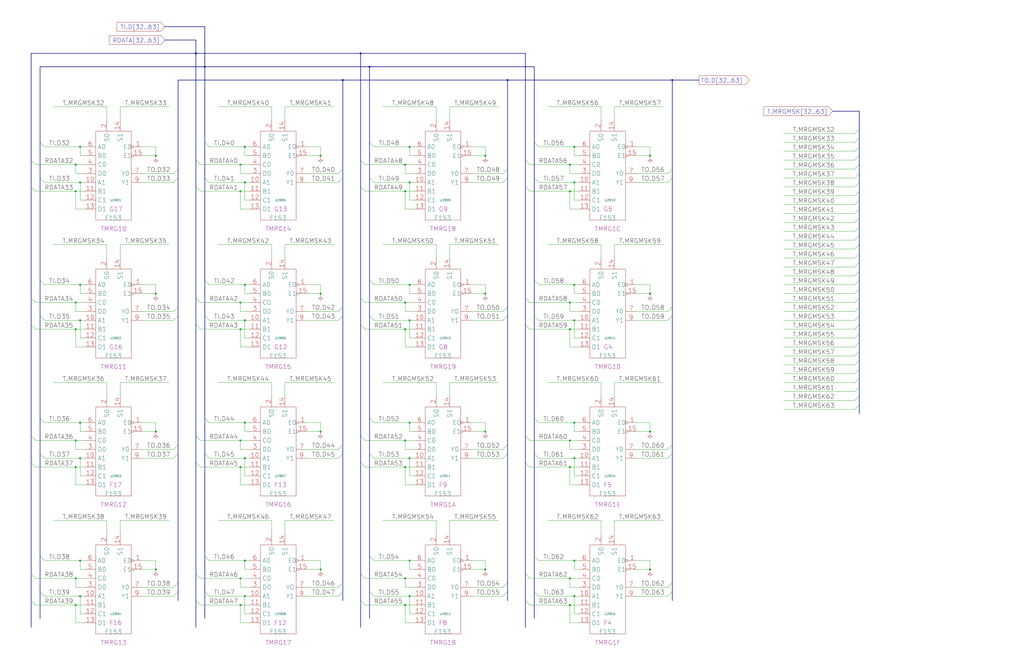
<source format=kicad_sch>
(kicad_sch (version 20220126) (generator eeschema)
  (paper "User" 584.2 378.46)
  (title_block (title "MERGER / TYPE HALF LSB'S") (date "20-MAR-90") (rev "1.0") (comment 1 "FIU") (comment 2 "232-003065") (comment 3 "S400") (comment 4 "RELEASED"))
  (bus (pts (xy 101.6 101.6) (xy 101.6 175.26)))
  (bus (pts (xy 101.6 175.26) (xy 101.6 180.34)))
  (bus (pts (xy 101.6 180.34) (xy 101.6 254)))
  (bus (pts (xy 101.6 254) (xy 101.6 259.08)))
  (bus (pts (xy 101.6 259.08) (xy 101.6 332.74)))
  (bus (pts (xy 101.6 332.74) (xy 101.6 337.82)))
  (bus (pts (xy 101.6 337.82) (xy 101.6 342.9)))
  (bus (pts (xy 101.6 45.72) (xy 101.6 96.52)))
  (bus (pts (xy 101.6 45.72) (xy 195.58 45.72)))
  (bus (pts (xy 101.6 96.52) (xy 101.6 101.6)))
  (bus (pts (xy 111.76 106.68) (xy 111.76 170.18)))
  (bus (pts (xy 111.76 170.18) (xy 111.76 185.42)))
  (bus (pts (xy 111.76 185.42) (xy 111.76 248.92)))
  (bus (pts (xy 111.76 22.86) (xy 111.76 30.48)))
  (bus (pts (xy 111.76 248.92) (xy 111.76 264.16)))
  (bus (pts (xy 111.76 264.16) (xy 111.76 327.66)))
  (bus (pts (xy 111.76 30.48) (xy 111.76 91.44)))
  (bus (pts (xy 111.76 30.48) (xy 205.74 30.48)))
  (bus (pts (xy 111.76 327.66) (xy 111.76 342.9)))
  (bus (pts (xy 111.76 342.9) (xy 111.76 358.14)))
  (bus (pts (xy 111.76 91.44) (xy 111.76 106.68)))
  (bus (pts (xy 116.84 101.6) (xy 116.84 160.02)))
  (bus (pts (xy 116.84 15.24) (xy 116.84 38.1)))
  (bus (pts (xy 116.84 160.02) (xy 116.84 180.34)))
  (bus (pts (xy 116.84 180.34) (xy 116.84 238.76)))
  (bus (pts (xy 116.84 238.76) (xy 116.84 259.08)))
  (bus (pts (xy 116.84 259.08) (xy 116.84 317.5)))
  (bus (pts (xy 116.84 317.5) (xy 116.84 337.82)))
  (bus (pts (xy 116.84 337.82) (xy 116.84 353.06)))
  (bus (pts (xy 116.84 38.1) (xy 116.84 81.28)))
  (bus (pts (xy 116.84 38.1) (xy 210.82 38.1)))
  (bus (pts (xy 116.84 81.28) (xy 116.84 101.6)))
  (bus (pts (xy 17.78 106.68) (xy 17.78 170.18)))
  (bus (pts (xy 17.78 170.18) (xy 17.78 185.42)))
  (bus (pts (xy 17.78 185.42) (xy 17.78 248.92)))
  (bus (pts (xy 17.78 248.92) (xy 17.78 264.16)))
  (bus (pts (xy 17.78 264.16) (xy 17.78 327.66)))
  (bus (pts (xy 17.78 30.48) (xy 111.76 30.48)))
  (bus (pts (xy 17.78 30.48) (xy 17.78 91.44)))
  (bus (pts (xy 17.78 327.66) (xy 17.78 342.9)))
  (bus (pts (xy 17.78 342.9) (xy 17.78 358.14)))
  (bus (pts (xy 17.78 91.44) (xy 17.78 106.68)))
  (bus (pts (xy 195.58 101.6) (xy 195.58 175.26)))
  (bus (pts (xy 195.58 175.26) (xy 195.58 180.34)))
  (bus (pts (xy 195.58 180.34) (xy 195.58 254)))
  (bus (pts (xy 195.58 254) (xy 195.58 259.08)))
  (bus (pts (xy 195.58 259.08) (xy 195.58 332.74)))
  (bus (pts (xy 195.58 332.74) (xy 195.58 337.82)))
  (bus (pts (xy 195.58 337.82) (xy 195.58 342.9)))
  (bus (pts (xy 195.58 45.72) (xy 195.58 96.52)))
  (bus (pts (xy 195.58 45.72) (xy 289.56 45.72)))
  (bus (pts (xy 195.58 96.52) (xy 195.58 101.6)))
  (bus (pts (xy 205.74 106.68) (xy 205.74 170.18)))
  (bus (pts (xy 205.74 170.18) (xy 205.74 185.42)))
  (bus (pts (xy 205.74 185.42) (xy 205.74 248.92)))
  (bus (pts (xy 205.74 248.92) (xy 205.74 264.16)))
  (bus (pts (xy 205.74 264.16) (xy 205.74 327.66)))
  (bus (pts (xy 205.74 30.48) (xy 205.74 91.44)))
  (bus (pts (xy 205.74 30.48) (xy 299.72 30.48)))
  (bus (pts (xy 205.74 327.66) (xy 205.74 342.9)))
  (bus (pts (xy 205.74 342.9) (xy 205.74 358.14)))
  (bus (pts (xy 205.74 91.44) (xy 205.74 106.68)))
  (bus (pts (xy 210.82 101.6) (xy 210.82 160.02)))
  (bus (pts (xy 210.82 160.02) (xy 210.82 180.34)))
  (bus (pts (xy 210.82 180.34) (xy 210.82 238.76)))
  (bus (pts (xy 210.82 238.76) (xy 210.82 259.08)))
  (bus (pts (xy 210.82 259.08) (xy 210.82 317.5)))
  (bus (pts (xy 210.82 317.5) (xy 210.82 337.82)))
  (bus (pts (xy 210.82 337.82) (xy 210.82 353.06)))
  (bus (pts (xy 210.82 38.1) (xy 210.82 81.28)))
  (bus (pts (xy 210.82 38.1) (xy 304.8 38.1)))
  (bus (pts (xy 210.82 81.28) (xy 210.82 101.6)))
  (bus (pts (xy 22.86 101.6) (xy 22.86 160.02)))
  (bus (pts (xy 22.86 160.02) (xy 22.86 180.34)))
  (bus (pts (xy 22.86 180.34) (xy 22.86 238.76)))
  (bus (pts (xy 22.86 238.76) (xy 22.86 259.08)))
  (bus (pts (xy 22.86 259.08) (xy 22.86 317.5)))
  (bus (pts (xy 22.86 317.5) (xy 22.86 337.82)))
  (bus (pts (xy 22.86 337.82) (xy 22.86 353.06)))
  (bus (pts (xy 22.86 38.1) (xy 116.84 38.1)))
  (bus (pts (xy 22.86 38.1) (xy 22.86 81.28)))
  (bus (pts (xy 22.86 81.28) (xy 22.86 101.6)))
  (bus (pts (xy 289.56 101.6) (xy 289.56 175.26)))
  (bus (pts (xy 289.56 175.26) (xy 289.56 180.34)))
  (bus (pts (xy 289.56 180.34) (xy 289.56 254)))
  (bus (pts (xy 289.56 254) (xy 289.56 259.08)))
  (bus (pts (xy 289.56 259.08) (xy 289.56 332.74)))
  (bus (pts (xy 289.56 332.74) (xy 289.56 337.82)))
  (bus (pts (xy 289.56 337.82) (xy 289.56 342.9)))
  (bus (pts (xy 289.56 45.72) (xy 289.56 96.52)))
  (bus (pts (xy 289.56 45.72) (xy 383.54 45.72)))
  (bus (pts (xy 289.56 96.52) (xy 289.56 101.6)))
  (bus (pts (xy 299.72 106.68) (xy 299.72 170.18)))
  (bus (pts (xy 299.72 170.18) (xy 299.72 185.42)))
  (bus (pts (xy 299.72 185.42) (xy 299.72 248.92)))
  (bus (pts (xy 299.72 248.92) (xy 299.72 264.16)))
  (bus (pts (xy 299.72 264.16) (xy 299.72 327.66)))
  (bus (pts (xy 299.72 30.48) (xy 299.72 91.44)))
  (bus (pts (xy 299.72 327.66) (xy 299.72 342.9)))
  (bus (pts (xy 299.72 342.9) (xy 299.72 358.14)))
  (bus (pts (xy 299.72 91.44) (xy 299.72 106.68)))
  (bus (pts (xy 304.8 101.6) (xy 304.8 160.02)))
  (bus (pts (xy 304.8 160.02) (xy 304.8 180.34)))
  (bus (pts (xy 304.8 180.34) (xy 304.8 238.76)))
  (bus (pts (xy 304.8 238.76) (xy 304.8 259.08)))
  (bus (pts (xy 304.8 259.08) (xy 304.8 317.5)))
  (bus (pts (xy 304.8 317.5) (xy 304.8 337.82)))
  (bus (pts (xy 304.8 337.82) (xy 304.8 353.06)))
  (bus (pts (xy 304.8 38.1) (xy 304.8 81.28)))
  (bus (pts (xy 304.8 81.28) (xy 304.8 101.6)))
  (bus (pts (xy 383.54 101.6) (xy 383.54 175.26)))
  (bus (pts (xy 383.54 175.26) (xy 383.54 180.34)))
  (bus (pts (xy 383.54 180.34) (xy 383.54 254)))
  (bus (pts (xy 383.54 254) (xy 383.54 259.08)))
  (bus (pts (xy 383.54 259.08) (xy 383.54 332.74)))
  (bus (pts (xy 383.54 332.74) (xy 383.54 337.82)))
  (bus (pts (xy 383.54 337.82) (xy 383.54 342.9)))
  (bus (pts (xy 383.54 45.72) (xy 383.54 96.52)))
  (bus (pts (xy 383.54 45.72) (xy 398.78 45.72)))
  (bus (pts (xy 383.54 96.52) (xy 383.54 101.6)))
  (bus (pts (xy 474.98 63.5) (xy 490.22 63.5)))
  (bus (pts (xy 490.22 104.14) (xy 490.22 109.22)))
  (bus (pts (xy 490.22 109.22) (xy 490.22 114.3)))
  (bus (pts (xy 490.22 114.3) (xy 490.22 119.38)))
  (bus (pts (xy 490.22 119.38) (xy 490.22 124.46)))
  (bus (pts (xy 490.22 124.46) (xy 490.22 129.54)))
  (bus (pts (xy 490.22 129.54) (xy 490.22 134.62)))
  (bus (pts (xy 490.22 134.62) (xy 490.22 139.7)))
  (bus (pts (xy 490.22 139.7) (xy 490.22 144.78)))
  (bus (pts (xy 490.22 144.78) (xy 490.22 149.86)))
  (bus (pts (xy 490.22 149.86) (xy 490.22 154.94)))
  (bus (pts (xy 490.22 154.94) (xy 490.22 160.02)))
  (bus (pts (xy 490.22 160.02) (xy 490.22 165.1)))
  (bus (pts (xy 490.22 165.1) (xy 490.22 170.18)))
  (bus (pts (xy 490.22 170.18) (xy 490.22 175.26)))
  (bus (pts (xy 490.22 175.26) (xy 490.22 180.34)))
  (bus (pts (xy 490.22 180.34) (xy 490.22 185.42)))
  (bus (pts (xy 490.22 185.42) (xy 490.22 190.5)))
  (bus (pts (xy 490.22 190.5) (xy 490.22 195.58)))
  (bus (pts (xy 490.22 195.58) (xy 490.22 200.66)))
  (bus (pts (xy 490.22 200.66) (xy 490.22 205.74)))
  (bus (pts (xy 490.22 205.74) (xy 490.22 210.82)))
  (bus (pts (xy 490.22 210.82) (xy 490.22 215.9)))
  (bus (pts (xy 490.22 215.9) (xy 490.22 220.98)))
  (bus (pts (xy 490.22 220.98) (xy 490.22 226.06)))
  (bus (pts (xy 490.22 226.06) (xy 490.22 231.14)))
  (bus (pts (xy 490.22 231.14) (xy 490.22 236.22)))
  (bus (pts (xy 490.22 63.5) (xy 490.22 73.66)))
  (bus (pts (xy 490.22 73.66) (xy 490.22 78.74)))
  (bus (pts (xy 490.22 78.74) (xy 490.22 83.82)))
  (bus (pts (xy 490.22 83.82) (xy 490.22 88.9)))
  (bus (pts (xy 490.22 88.9) (xy 490.22 93.98)))
  (bus (pts (xy 490.22 93.98) (xy 490.22 99.06)))
  (bus (pts (xy 490.22 99.06) (xy 490.22 104.14)))
  (bus (pts (xy 93.98 15.24) (xy 116.84 15.24)))
  (bus (pts (xy 93.98 22.86) (xy 111.76 22.86)))
  (wire (pts (xy 114.3 109.22) (xy 137.16 109.22)))
  (wire (pts (xy 114.3 172.72) (xy 137.16 172.72)))
  (wire (pts (xy 114.3 187.96) (xy 137.16 187.96)))
  (wire (pts (xy 114.3 251.46) (xy 137.16 251.46)))
  (wire (pts (xy 114.3 266.7) (xy 137.16 266.7)))
  (wire (pts (xy 114.3 330.2) (xy 137.16 330.2)))
  (wire (pts (xy 114.3 345.44) (xy 137.16 345.44)))
  (wire (pts (xy 114.3 93.98) (xy 137.16 93.98)))
  (wire (pts (xy 119.38 104.14) (xy 139.7 104.14)))
  (wire (pts (xy 119.38 162.56) (xy 139.7 162.56)))
  (wire (pts (xy 119.38 182.88) (xy 139.7 182.88)))
  (wire (pts (xy 119.38 241.3) (xy 139.7 241.3)))
  (wire (pts (xy 119.38 261.62) (xy 139.7 261.62)))
  (wire (pts (xy 119.38 320.04) (xy 139.7 320.04)))
  (wire (pts (xy 119.38 340.36) (xy 139.7 340.36)))
  (wire (pts (xy 119.38 83.82) (xy 139.7 83.82)))
  (wire (pts (xy 124.46 139.7) (xy 154.94 139.7)))
  (wire (pts (xy 124.46 218.44) (xy 154.94 218.44)))
  (wire (pts (xy 124.46 297.18) (xy 154.94 297.18)))
  (wire (pts (xy 124.46 60.96) (xy 154.94 60.96)))
  (wire (pts (xy 137.16 109.22) (xy 142.24 109.22)))
  (wire (pts (xy 137.16 119.38) (xy 137.16 109.22)))
  (wire (pts (xy 137.16 172.72) (xy 142.24 172.72)))
  (wire (pts (xy 137.16 177.8) (xy 137.16 172.72)))
  (wire (pts (xy 137.16 187.96) (xy 142.24 187.96)))
  (wire (pts (xy 137.16 198.12) (xy 137.16 187.96)))
  (wire (pts (xy 137.16 251.46) (xy 142.24 251.46)))
  (wire (pts (xy 137.16 256.54) (xy 137.16 251.46)))
  (wire (pts (xy 137.16 266.7) (xy 142.24 266.7)))
  (wire (pts (xy 137.16 276.86) (xy 137.16 266.7)))
  (wire (pts (xy 137.16 330.2) (xy 142.24 330.2)))
  (wire (pts (xy 137.16 335.28) (xy 137.16 330.2)))
  (wire (pts (xy 137.16 345.44) (xy 142.24 345.44)))
  (wire (pts (xy 137.16 355.6) (xy 137.16 345.44)))
  (wire (pts (xy 137.16 93.98) (xy 142.24 93.98)))
  (wire (pts (xy 137.16 99.06) (xy 137.16 93.98)))
  (wire (pts (xy 139.7 104.14) (xy 142.24 104.14)))
  (wire (pts (xy 139.7 114.3) (xy 139.7 104.14)))
  (wire (pts (xy 139.7 162.56) (xy 142.24 162.56)))
  (wire (pts (xy 139.7 167.64) (xy 139.7 162.56)))
  (wire (pts (xy 139.7 182.88) (xy 142.24 182.88)))
  (wire (pts (xy 139.7 193.04) (xy 139.7 182.88)))
  (wire (pts (xy 139.7 241.3) (xy 142.24 241.3)))
  (wire (pts (xy 139.7 246.38) (xy 139.7 241.3)))
  (wire (pts (xy 139.7 261.62) (xy 142.24 261.62)))
  (wire (pts (xy 139.7 271.78) (xy 139.7 261.62)))
  (wire (pts (xy 139.7 320.04) (xy 142.24 320.04)))
  (wire (pts (xy 139.7 325.12) (xy 139.7 320.04)))
  (wire (pts (xy 139.7 340.36) (xy 142.24 340.36)))
  (wire (pts (xy 139.7 350.52) (xy 139.7 340.36)))
  (wire (pts (xy 139.7 83.82) (xy 142.24 83.82)))
  (wire (pts (xy 139.7 88.9) (xy 139.7 83.82)))
  (wire (pts (xy 142.24 114.3) (xy 139.7 114.3)))
  (wire (pts (xy 142.24 119.38) (xy 137.16 119.38)))
  (wire (pts (xy 142.24 167.64) (xy 139.7 167.64)))
  (wire (pts (xy 142.24 177.8) (xy 137.16 177.8)))
  (wire (pts (xy 142.24 193.04) (xy 139.7 193.04)))
  (wire (pts (xy 142.24 198.12) (xy 137.16 198.12)))
  (wire (pts (xy 142.24 246.38) (xy 139.7 246.38)))
  (wire (pts (xy 142.24 256.54) (xy 137.16 256.54)))
  (wire (pts (xy 142.24 271.78) (xy 139.7 271.78)))
  (wire (pts (xy 142.24 276.86) (xy 137.16 276.86)))
  (wire (pts (xy 142.24 325.12) (xy 139.7 325.12)))
  (wire (pts (xy 142.24 335.28) (xy 137.16 335.28)))
  (wire (pts (xy 142.24 350.52) (xy 139.7 350.52)))
  (wire (pts (xy 142.24 355.6) (xy 137.16 355.6)))
  (wire (pts (xy 142.24 88.9) (xy 139.7 88.9)))
  (wire (pts (xy 142.24 99.06) (xy 137.16 99.06)))
  (wire (pts (xy 154.94 147.32) (xy 154.94 139.7)))
  (wire (pts (xy 154.94 226.06) (xy 154.94 218.44)))
  (wire (pts (xy 154.94 304.8) (xy 154.94 297.18)))
  (wire (pts (xy 154.94 68.58) (xy 154.94 60.96)))
  (wire (pts (xy 162.56 139.7) (xy 190.5 139.7)))
  (wire (pts (xy 162.56 147.32) (xy 162.56 139.7)))
  (wire (pts (xy 162.56 218.44) (xy 190.5 218.44)))
  (wire (pts (xy 162.56 226.06) (xy 162.56 218.44)))
  (wire (pts (xy 162.56 297.18) (xy 190.5 297.18)))
  (wire (pts (xy 162.56 304.8) (xy 162.56 297.18)))
  (wire (pts (xy 162.56 60.96) (xy 190.5 60.96)))
  (wire (pts (xy 162.56 68.58) (xy 162.56 60.96)))
  (wire (pts (xy 175.26 104.14) (xy 193.04 104.14)))
  (wire (pts (xy 175.26 162.56) (xy 182.88 162.56)))
  (wire (pts (xy 175.26 167.64) (xy 182.88 167.64)))
  (wire (pts (xy 175.26 177.8) (xy 193.04 177.8)))
  (wire (pts (xy 175.26 182.88) (xy 193.04 182.88)))
  (wire (pts (xy 175.26 241.3) (xy 182.88 241.3)))
  (wire (pts (xy 175.26 246.38) (xy 182.88 246.38)))
  (wire (pts (xy 175.26 256.54) (xy 193.04 256.54)))
  (wire (pts (xy 175.26 261.62) (xy 193.04 261.62)))
  (wire (pts (xy 175.26 320.04) (xy 182.88 320.04)))
  (wire (pts (xy 175.26 325.12) (xy 182.88 325.12)))
  (wire (pts (xy 175.26 335.28) (xy 193.04 335.28)))
  (wire (pts (xy 175.26 340.36) (xy 193.04 340.36)))
  (wire (pts (xy 175.26 83.82) (xy 182.88 83.82)))
  (wire (pts (xy 175.26 88.9) (xy 182.88 88.9)))
  (wire (pts (xy 175.26 99.06) (xy 193.04 99.06)))
  (wire (pts (xy 182.88 162.56) (xy 182.88 167.64)))
  (wire (pts (xy 182.88 241.3) (xy 182.88 246.38)))
  (wire (pts (xy 182.88 320.04) (xy 182.88 325.12)))
  (wire (pts (xy 182.88 83.82) (xy 182.88 88.9)))
  (wire (pts (xy 20.32 109.22) (xy 43.18 109.22)))
  (wire (pts (xy 20.32 172.72) (xy 43.18 172.72)))
  (wire (pts (xy 20.32 187.96) (xy 43.18 187.96)))
  (wire (pts (xy 20.32 251.46) (xy 43.18 251.46)))
  (wire (pts (xy 20.32 266.7) (xy 43.18 266.7)))
  (wire (pts (xy 20.32 330.2) (xy 43.18 330.2)))
  (wire (pts (xy 20.32 345.44) (xy 43.18 345.44)))
  (wire (pts (xy 20.32 93.98) (xy 43.18 93.98)))
  (wire (pts (xy 208.28 109.22) (xy 231.14 109.22)))
  (wire (pts (xy 208.28 172.72) (xy 231.14 172.72)))
  (wire (pts (xy 208.28 187.96) (xy 231.14 187.96)))
  (wire (pts (xy 208.28 251.46) (xy 231.14 251.46)))
  (wire (pts (xy 208.28 266.7) (xy 231.14 266.7)))
  (wire (pts (xy 208.28 330.2) (xy 231.14 330.2)))
  (wire (pts (xy 208.28 345.44) (xy 231.14 345.44)))
  (wire (pts (xy 208.28 93.98) (xy 231.14 93.98)))
  (wire (pts (xy 213.36 104.14) (xy 233.68 104.14)))
  (wire (pts (xy 213.36 162.56) (xy 233.68 162.56)))
  (wire (pts (xy 213.36 182.88) (xy 233.68 182.88)))
  (wire (pts (xy 213.36 241.3) (xy 233.68 241.3)))
  (wire (pts (xy 213.36 261.62) (xy 233.68 261.62)))
  (wire (pts (xy 213.36 320.04) (xy 233.68 320.04)))
  (wire (pts (xy 213.36 340.36) (xy 233.68 340.36)))
  (wire (pts (xy 213.36 83.82) (xy 233.68 83.82)))
  (wire (pts (xy 218.44 139.7) (xy 248.92 139.7)))
  (wire (pts (xy 218.44 218.44) (xy 248.92 218.44)))
  (wire (pts (xy 218.44 297.18) (xy 248.92 297.18)))
  (wire (pts (xy 218.44 60.96) (xy 248.92 60.96)))
  (wire (pts (xy 231.14 109.22) (xy 236.22 109.22)))
  (wire (pts (xy 231.14 119.38) (xy 231.14 109.22)))
  (wire (pts (xy 231.14 172.72) (xy 236.22 172.72)))
  (wire (pts (xy 231.14 177.8) (xy 231.14 172.72)))
  (wire (pts (xy 231.14 187.96) (xy 236.22 187.96)))
  (wire (pts (xy 231.14 198.12) (xy 231.14 187.96)))
  (wire (pts (xy 231.14 251.46) (xy 236.22 251.46)))
  (wire (pts (xy 231.14 256.54) (xy 231.14 251.46)))
  (wire (pts (xy 231.14 266.7) (xy 236.22 266.7)))
  (wire (pts (xy 231.14 276.86) (xy 231.14 266.7)))
  (wire (pts (xy 231.14 330.2) (xy 236.22 330.2)))
  (wire (pts (xy 231.14 335.28) (xy 231.14 330.2)))
  (wire (pts (xy 231.14 345.44) (xy 236.22 345.44)))
  (wire (pts (xy 231.14 355.6) (xy 231.14 345.44)))
  (wire (pts (xy 231.14 93.98) (xy 236.22 93.98)))
  (wire (pts (xy 231.14 99.06) (xy 231.14 93.98)))
  (wire (pts (xy 233.68 104.14) (xy 236.22 104.14)))
  (wire (pts (xy 233.68 114.3) (xy 233.68 104.14)))
  (wire (pts (xy 233.68 162.56) (xy 236.22 162.56)))
  (wire (pts (xy 233.68 167.64) (xy 233.68 162.56)))
  (wire (pts (xy 233.68 182.88) (xy 236.22 182.88)))
  (wire (pts (xy 233.68 193.04) (xy 233.68 182.88)))
  (wire (pts (xy 233.68 241.3) (xy 236.22 241.3)))
  (wire (pts (xy 233.68 246.38) (xy 233.68 241.3)))
  (wire (pts (xy 233.68 261.62) (xy 236.22 261.62)))
  (wire (pts (xy 233.68 271.78) (xy 233.68 261.62)))
  (wire (pts (xy 233.68 320.04) (xy 236.22 320.04)))
  (wire (pts (xy 233.68 325.12) (xy 233.68 320.04)))
  (wire (pts (xy 233.68 340.36) (xy 236.22 340.36)))
  (wire (pts (xy 233.68 350.52) (xy 233.68 340.36)))
  (wire (pts (xy 233.68 83.82) (xy 236.22 83.82)))
  (wire (pts (xy 233.68 88.9) (xy 233.68 83.82)))
  (wire (pts (xy 236.22 114.3) (xy 233.68 114.3)))
  (wire (pts (xy 236.22 119.38) (xy 231.14 119.38)))
  (wire (pts (xy 236.22 167.64) (xy 233.68 167.64)))
  (wire (pts (xy 236.22 177.8) (xy 231.14 177.8)))
  (wire (pts (xy 236.22 193.04) (xy 233.68 193.04)))
  (wire (pts (xy 236.22 198.12) (xy 231.14 198.12)))
  (wire (pts (xy 236.22 246.38) (xy 233.68 246.38)))
  (wire (pts (xy 236.22 256.54) (xy 231.14 256.54)))
  (wire (pts (xy 236.22 271.78) (xy 233.68 271.78)))
  (wire (pts (xy 236.22 276.86) (xy 231.14 276.86)))
  (wire (pts (xy 236.22 325.12) (xy 233.68 325.12)))
  (wire (pts (xy 236.22 335.28) (xy 231.14 335.28)))
  (wire (pts (xy 236.22 350.52) (xy 233.68 350.52)))
  (wire (pts (xy 236.22 355.6) (xy 231.14 355.6)))
  (wire (pts (xy 236.22 88.9) (xy 233.68 88.9)))
  (wire (pts (xy 236.22 99.06) (xy 231.14 99.06)))
  (wire (pts (xy 248.92 147.32) (xy 248.92 139.7)))
  (wire (pts (xy 248.92 226.06) (xy 248.92 218.44)))
  (wire (pts (xy 248.92 304.8) (xy 248.92 297.18)))
  (wire (pts (xy 248.92 68.58) (xy 248.92 60.96)))
  (wire (pts (xy 25.4 104.14) (xy 45.72 104.14)))
  (wire (pts (xy 25.4 162.56) (xy 45.72 162.56)))
  (wire (pts (xy 25.4 182.88) (xy 45.72 182.88)))
  (wire (pts (xy 25.4 241.3) (xy 45.72 241.3)))
  (wire (pts (xy 25.4 261.62) (xy 45.72 261.62)))
  (wire (pts (xy 25.4 320.04) (xy 45.72 320.04)))
  (wire (pts (xy 25.4 340.36) (xy 45.72 340.36)))
  (wire (pts (xy 25.4 83.82) (xy 45.72 83.82)))
  (wire (pts (xy 256.54 139.7) (xy 284.48 139.7)))
  (wire (pts (xy 256.54 147.32) (xy 256.54 139.7)))
  (wire (pts (xy 256.54 218.44) (xy 284.48 218.44)))
  (wire (pts (xy 256.54 226.06) (xy 256.54 218.44)))
  (wire (pts (xy 256.54 297.18) (xy 284.48 297.18)))
  (wire (pts (xy 256.54 304.8) (xy 256.54 297.18)))
  (wire (pts (xy 256.54 60.96) (xy 284.48 60.96)))
  (wire (pts (xy 256.54 68.58) (xy 256.54 60.96)))
  (wire (pts (xy 269.24 104.14) (xy 287.02 104.14)))
  (wire (pts (xy 269.24 162.56) (xy 276.86 162.56)))
  (wire (pts (xy 269.24 167.64) (xy 276.86 167.64)))
  (wire (pts (xy 269.24 177.8) (xy 287.02 177.8)))
  (wire (pts (xy 269.24 182.88) (xy 287.02 182.88)))
  (wire (pts (xy 269.24 241.3) (xy 276.86 241.3)))
  (wire (pts (xy 269.24 246.38) (xy 276.86 246.38)))
  (wire (pts (xy 269.24 256.54) (xy 287.02 256.54)))
  (wire (pts (xy 269.24 261.62) (xy 287.02 261.62)))
  (wire (pts (xy 269.24 320.04) (xy 276.86 320.04)))
  (wire (pts (xy 269.24 325.12) (xy 276.86 325.12)))
  (wire (pts (xy 269.24 335.28) (xy 287.02 335.28)))
  (wire (pts (xy 269.24 340.36) (xy 287.02 340.36)))
  (wire (pts (xy 269.24 83.82) (xy 276.86 83.82)))
  (wire (pts (xy 269.24 88.9) (xy 276.86 88.9)))
  (wire (pts (xy 269.24 99.06) (xy 287.02 99.06)))
  (wire (pts (xy 276.86 162.56) (xy 276.86 167.64)))
  (wire (pts (xy 276.86 241.3) (xy 276.86 246.38)))
  (wire (pts (xy 276.86 320.04) (xy 276.86 325.12)))
  (wire (pts (xy 276.86 83.82) (xy 276.86 88.9)))
  (wire (pts (xy 30.48 139.7) (xy 60.96 139.7)))
  (wire (pts (xy 30.48 218.44) (xy 60.96 218.44)))
  (wire (pts (xy 30.48 297.18) (xy 60.96 297.18)))
  (wire (pts (xy 30.48 60.96) (xy 60.96 60.96)))
  (wire (pts (xy 302.26 109.22) (xy 325.12 109.22)))
  (wire (pts (xy 302.26 172.72) (xy 325.12 172.72)))
  (wire (pts (xy 302.26 187.96) (xy 325.12 187.96)))
  (wire (pts (xy 302.26 251.46) (xy 325.12 251.46)))
  (wire (pts (xy 302.26 266.7) (xy 325.12 266.7)))
  (wire (pts (xy 302.26 330.2) (xy 325.12 330.2)))
  (wire (pts (xy 302.26 345.44) (xy 325.12 345.44)))
  (wire (pts (xy 302.26 93.98) (xy 325.12 93.98)))
  (wire (pts (xy 307.34 104.14) (xy 327.66 104.14)))
  (wire (pts (xy 307.34 162.56) (xy 327.66 162.56)))
  (wire (pts (xy 307.34 182.88) (xy 327.66 182.88)))
  (wire (pts (xy 307.34 241.3) (xy 327.66 241.3)))
  (wire (pts (xy 307.34 261.62) (xy 327.66 261.62)))
  (wire (pts (xy 307.34 320.04) (xy 327.66 320.04)))
  (wire (pts (xy 307.34 340.36) (xy 327.66 340.36)))
  (wire (pts (xy 307.34 83.82) (xy 327.66 83.82)))
  (wire (pts (xy 312.42 139.7) (xy 342.9 139.7)))
  (wire (pts (xy 312.42 218.44) (xy 342.9 218.44)))
  (wire (pts (xy 312.42 297.18) (xy 342.9 297.18)))
  (wire (pts (xy 312.42 60.96) (xy 342.9 60.96)))
  (wire (pts (xy 325.12 109.22) (xy 330.2 109.22)))
  (wire (pts (xy 325.12 119.38) (xy 325.12 109.22)))
  (wire (pts (xy 325.12 172.72) (xy 330.2 172.72)))
  (wire (pts (xy 325.12 177.8) (xy 325.12 172.72)))
  (wire (pts (xy 325.12 187.96) (xy 330.2 187.96)))
  (wire (pts (xy 325.12 198.12) (xy 325.12 187.96)))
  (wire (pts (xy 325.12 251.46) (xy 330.2 251.46)))
  (wire (pts (xy 325.12 256.54) (xy 325.12 251.46)))
  (wire (pts (xy 325.12 266.7) (xy 330.2 266.7)))
  (wire (pts (xy 325.12 276.86) (xy 325.12 266.7)))
  (wire (pts (xy 325.12 330.2) (xy 330.2 330.2)))
  (wire (pts (xy 325.12 335.28) (xy 325.12 330.2)))
  (wire (pts (xy 325.12 345.44) (xy 330.2 345.44)))
  (wire (pts (xy 325.12 355.6) (xy 325.12 345.44)))
  (wire (pts (xy 325.12 93.98) (xy 330.2 93.98)))
  (wire (pts (xy 325.12 99.06) (xy 325.12 93.98)))
  (wire (pts (xy 327.66 104.14) (xy 330.2 104.14)))
  (wire (pts (xy 327.66 114.3) (xy 327.66 104.14)))
  (wire (pts (xy 327.66 162.56) (xy 330.2 162.56)))
  (wire (pts (xy 327.66 167.64) (xy 327.66 162.56)))
  (wire (pts (xy 327.66 182.88) (xy 330.2 182.88)))
  (wire (pts (xy 327.66 193.04) (xy 327.66 182.88)))
  (wire (pts (xy 327.66 241.3) (xy 330.2 241.3)))
  (wire (pts (xy 327.66 246.38) (xy 327.66 241.3)))
  (wire (pts (xy 327.66 261.62) (xy 330.2 261.62)))
  (wire (pts (xy 327.66 271.78) (xy 327.66 261.62)))
  (wire (pts (xy 327.66 320.04) (xy 330.2 320.04)))
  (wire (pts (xy 327.66 325.12) (xy 327.66 320.04)))
  (wire (pts (xy 327.66 340.36) (xy 330.2 340.36)))
  (wire (pts (xy 327.66 350.52) (xy 327.66 340.36)))
  (wire (pts (xy 327.66 83.82) (xy 330.2 83.82)))
  (wire (pts (xy 327.66 88.9) (xy 327.66 83.82)))
  (wire (pts (xy 330.2 114.3) (xy 327.66 114.3)))
  (wire (pts (xy 330.2 119.38) (xy 325.12 119.38)))
  (wire (pts (xy 330.2 167.64) (xy 327.66 167.64)))
  (wire (pts (xy 330.2 177.8) (xy 325.12 177.8)))
  (wire (pts (xy 330.2 193.04) (xy 327.66 193.04)))
  (wire (pts (xy 330.2 198.12) (xy 325.12 198.12)))
  (wire (pts (xy 330.2 246.38) (xy 327.66 246.38)))
  (wire (pts (xy 330.2 256.54) (xy 325.12 256.54)))
  (wire (pts (xy 330.2 271.78) (xy 327.66 271.78)))
  (wire (pts (xy 330.2 276.86) (xy 325.12 276.86)))
  (wire (pts (xy 330.2 325.12) (xy 327.66 325.12)))
  (wire (pts (xy 330.2 335.28) (xy 325.12 335.28)))
  (wire (pts (xy 330.2 350.52) (xy 327.66 350.52)))
  (wire (pts (xy 330.2 355.6) (xy 325.12 355.6)))
  (wire (pts (xy 330.2 88.9) (xy 327.66 88.9)))
  (wire (pts (xy 330.2 99.06) (xy 325.12 99.06)))
  (wire (pts (xy 342.9 147.32) (xy 342.9 139.7)))
  (wire (pts (xy 342.9 226.06) (xy 342.9 218.44)))
  (wire (pts (xy 342.9 304.8) (xy 342.9 297.18)))
  (wire (pts (xy 342.9 68.58) (xy 342.9 60.96)))
  (wire (pts (xy 350.52 139.7) (xy 378.46 139.7)))
  (wire (pts (xy 350.52 147.32) (xy 350.52 139.7)))
  (wire (pts (xy 350.52 218.44) (xy 378.46 218.44)))
  (wire (pts (xy 350.52 226.06) (xy 350.52 218.44)))
  (wire (pts (xy 350.52 297.18) (xy 378.46 297.18)))
  (wire (pts (xy 350.52 304.8) (xy 350.52 297.18)))
  (wire (pts (xy 350.52 60.96) (xy 378.46 60.96)))
  (wire (pts (xy 350.52 68.58) (xy 350.52 60.96)))
  (wire (pts (xy 363.22 104.14) (xy 381 104.14)))
  (wire (pts (xy 363.22 162.56) (xy 370.84 162.56)))
  (wire (pts (xy 363.22 167.64) (xy 370.84 167.64)))
  (wire (pts (xy 363.22 177.8) (xy 381 177.8)))
  (wire (pts (xy 363.22 182.88) (xy 381 182.88)))
  (wire (pts (xy 363.22 241.3) (xy 370.84 241.3)))
  (wire (pts (xy 363.22 246.38) (xy 370.84 246.38)))
  (wire (pts (xy 363.22 256.54) (xy 381 256.54)))
  (wire (pts (xy 363.22 261.62) (xy 381 261.62)))
  (wire (pts (xy 363.22 320.04) (xy 370.84 320.04)))
  (wire (pts (xy 363.22 325.12) (xy 370.84 325.12)))
  (wire (pts (xy 363.22 335.28) (xy 381 335.28)))
  (wire (pts (xy 363.22 340.36) (xy 381 340.36)))
  (wire (pts (xy 363.22 83.82) (xy 370.84 83.82)))
  (wire (pts (xy 363.22 88.9) (xy 370.84 88.9)))
  (wire (pts (xy 363.22 99.06) (xy 381 99.06)))
  (wire (pts (xy 370.84 162.56) (xy 370.84 167.64)))
  (wire (pts (xy 370.84 241.3) (xy 370.84 246.38)))
  (wire (pts (xy 370.84 320.04) (xy 370.84 325.12)))
  (wire (pts (xy 370.84 83.82) (xy 370.84 88.9)))
  (wire (pts (xy 43.18 109.22) (xy 48.26 109.22)))
  (wire (pts (xy 43.18 119.38) (xy 43.18 109.22)))
  (wire (pts (xy 43.18 172.72) (xy 48.26 172.72)))
  (wire (pts (xy 43.18 177.8) (xy 43.18 172.72)))
  (wire (pts (xy 43.18 187.96) (xy 48.26 187.96)))
  (wire (pts (xy 43.18 198.12) (xy 43.18 187.96)))
  (wire (pts (xy 43.18 251.46) (xy 48.26 251.46)))
  (wire (pts (xy 43.18 256.54) (xy 43.18 251.46)))
  (wire (pts (xy 43.18 266.7) (xy 48.26 266.7)))
  (wire (pts (xy 43.18 276.86) (xy 43.18 266.7)))
  (wire (pts (xy 43.18 330.2) (xy 48.26 330.2)))
  (wire (pts (xy 43.18 335.28) (xy 43.18 330.2)))
  (wire (pts (xy 43.18 345.44) (xy 48.26 345.44)))
  (wire (pts (xy 43.18 355.6) (xy 43.18 345.44)))
  (wire (pts (xy 43.18 93.98) (xy 48.26 93.98)))
  (wire (pts (xy 43.18 99.06) (xy 43.18 93.98)))
  (wire (pts (xy 447.04 101.6) (xy 487.68 101.6)))
  (wire (pts (xy 447.04 106.68) (xy 487.68 106.68)))
  (wire (pts (xy 447.04 111.76) (xy 487.68 111.76)))
  (wire (pts (xy 447.04 116.84) (xy 487.68 116.84)))
  (wire (pts (xy 447.04 121.92) (xy 487.68 121.92)))
  (wire (pts (xy 447.04 127) (xy 487.68 127)))
  (wire (pts (xy 447.04 132.08) (xy 487.68 132.08)))
  (wire (pts (xy 447.04 137.16) (xy 487.68 137.16)))
  (wire (pts (xy 447.04 142.24) (xy 487.68 142.24)))
  (wire (pts (xy 447.04 147.32) (xy 487.68 147.32)))
  (wire (pts (xy 447.04 152.4) (xy 487.68 152.4)))
  (wire (pts (xy 447.04 157.48) (xy 487.68 157.48)))
  (wire (pts (xy 447.04 162.56) (xy 487.68 162.56)))
  (wire (pts (xy 447.04 167.64) (xy 487.68 167.64)))
  (wire (pts (xy 447.04 172.72) (xy 487.68 172.72)))
  (wire (pts (xy 447.04 177.8) (xy 487.68 177.8)))
  (wire (pts (xy 447.04 182.88) (xy 487.68 182.88)))
  (wire (pts (xy 447.04 187.96) (xy 487.68 187.96)))
  (wire (pts (xy 447.04 193.04) (xy 487.68 193.04)))
  (wire (pts (xy 447.04 198.12) (xy 487.68 198.12)))
  (wire (pts (xy 447.04 203.2) (xy 487.68 203.2)))
  (wire (pts (xy 447.04 208.28) (xy 487.68 208.28)))
  (wire (pts (xy 447.04 213.36) (xy 487.68 213.36)))
  (wire (pts (xy 447.04 218.44) (xy 487.68 218.44)))
  (wire (pts (xy 447.04 223.52) (xy 487.68 223.52)))
  (wire (pts (xy 447.04 228.6) (xy 487.68 228.6)))
  (wire (pts (xy 447.04 233.68) (xy 487.68 233.68)))
  (wire (pts (xy 447.04 76.2) (xy 487.68 76.2)))
  (wire (pts (xy 447.04 81.28) (xy 487.68 81.28)))
  (wire (pts (xy 447.04 86.36) (xy 487.68 86.36)))
  (wire (pts (xy 447.04 91.44) (xy 487.68 91.44)))
  (wire (pts (xy 447.04 96.52) (xy 487.68 96.52)))
  (wire (pts (xy 45.72 104.14) (xy 48.26 104.14)))
  (wire (pts (xy 45.72 114.3) (xy 45.72 104.14)))
  (wire (pts (xy 45.72 162.56) (xy 48.26 162.56)))
  (wire (pts (xy 45.72 167.64) (xy 45.72 162.56)))
  (wire (pts (xy 45.72 182.88) (xy 48.26 182.88)))
  (wire (pts (xy 45.72 193.04) (xy 45.72 182.88)))
  (wire (pts (xy 45.72 241.3) (xy 48.26 241.3)))
  (wire (pts (xy 45.72 246.38) (xy 45.72 241.3)))
  (wire (pts (xy 45.72 261.62) (xy 48.26 261.62)))
  (wire (pts (xy 45.72 271.78) (xy 45.72 261.62)))
  (wire (pts (xy 45.72 320.04) (xy 48.26 320.04)))
  (wire (pts (xy 45.72 325.12) (xy 45.72 320.04)))
  (wire (pts (xy 45.72 340.36) (xy 48.26 340.36)))
  (wire (pts (xy 45.72 350.52) (xy 45.72 340.36)))
  (wire (pts (xy 45.72 83.82) (xy 48.26 83.82)))
  (wire (pts (xy 45.72 88.9) (xy 45.72 83.82)))
  (wire (pts (xy 48.26 114.3) (xy 45.72 114.3)))
  (wire (pts (xy 48.26 119.38) (xy 43.18 119.38)))
  (wire (pts (xy 48.26 167.64) (xy 45.72 167.64)))
  (wire (pts (xy 48.26 177.8) (xy 43.18 177.8)))
  (wire (pts (xy 48.26 193.04) (xy 45.72 193.04)))
  (wire (pts (xy 48.26 198.12) (xy 43.18 198.12)))
  (wire (pts (xy 48.26 246.38) (xy 45.72 246.38)))
  (wire (pts (xy 48.26 256.54) (xy 43.18 256.54)))
  (wire (pts (xy 48.26 271.78) (xy 45.72 271.78)))
  (wire (pts (xy 48.26 276.86) (xy 43.18 276.86)))
  (wire (pts (xy 48.26 325.12) (xy 45.72 325.12)))
  (wire (pts (xy 48.26 335.28) (xy 43.18 335.28)))
  (wire (pts (xy 48.26 350.52) (xy 45.72 350.52)))
  (wire (pts (xy 48.26 355.6) (xy 43.18 355.6)))
  (wire (pts (xy 48.26 88.9) (xy 45.72 88.9)))
  (wire (pts (xy 48.26 99.06) (xy 43.18 99.06)))
  (wire (pts (xy 60.96 147.32) (xy 60.96 139.7)))
  (wire (pts (xy 60.96 226.06) (xy 60.96 218.44)))
  (wire (pts (xy 60.96 304.8) (xy 60.96 297.18)))
  (wire (pts (xy 60.96 68.58) (xy 60.96 60.96)))
  (wire (pts (xy 68.58 139.7) (xy 96.52 139.7)))
  (wire (pts (xy 68.58 147.32) (xy 68.58 139.7)))
  (wire (pts (xy 68.58 218.44) (xy 96.52 218.44)))
  (wire (pts (xy 68.58 226.06) (xy 68.58 218.44)))
  (wire (pts (xy 68.58 297.18) (xy 96.52 297.18)))
  (wire (pts (xy 68.58 304.8) (xy 68.58 297.18)))
  (wire (pts (xy 68.58 60.96) (xy 96.52 60.96)))
  (wire (pts (xy 68.58 68.58) (xy 68.58 60.96)))
  (wire (pts (xy 81.28 104.14) (xy 99.06 104.14)))
  (wire (pts (xy 81.28 162.56) (xy 88.9 162.56)))
  (wire (pts (xy 81.28 167.64) (xy 88.9 167.64)))
  (wire (pts (xy 81.28 177.8) (xy 99.06 177.8)))
  (wire (pts (xy 81.28 182.88) (xy 99.06 182.88)))
  (wire (pts (xy 81.28 241.3) (xy 88.9 241.3)))
  (wire (pts (xy 81.28 246.38) (xy 88.9 246.38)))
  (wire (pts (xy 81.28 256.54) (xy 99.06 256.54)))
  (wire (pts (xy 81.28 261.62) (xy 99.06 261.62)))
  (wire (pts (xy 81.28 320.04) (xy 88.9 320.04)))
  (wire (pts (xy 81.28 325.12) (xy 88.9 325.12)))
  (wire (pts (xy 81.28 335.28) (xy 99.06 335.28)))
  (wire (pts (xy 81.28 340.36) (xy 99.06 340.36)))
  (wire (pts (xy 81.28 83.82) (xy 88.9 83.82)))
  (wire (pts (xy 81.28 88.9) (xy 88.9 88.9)))
  (wire (pts (xy 81.28 99.06) (xy 99.06 99.06)))
  (wire (pts (xy 88.9 162.56) (xy 88.9 167.64)))
  (wire (pts (xy 88.9 241.3) (xy 88.9 246.38)))
  (wire (pts (xy 88.9 320.04) (xy 88.9 325.12)))
  (wire (pts (xy 88.9 83.82) (xy 88.9 88.9)))
  (bus_entry (at 17.78 91.44) (size 2.54 2.54))
  (bus_entry (at 17.78 106.68) (size 2.54 2.54))
  (bus_entry (at 17.78 170.18) (size 2.54 2.54))
  (bus_entry (at 17.78 185.42) (size 2.54 2.54))
  (bus_entry (at 17.78 248.92) (size 2.54 2.54))
  (bus_entry (at 17.78 264.16) (size 2.54 2.54))
  (bus_entry (at 17.78 327.66) (size 2.54 2.54))
  (bus_entry (at 17.78 342.9) (size 2.54 2.54))
  (bus_entry (at 22.86 81.28) (size 2.54 2.54))
  (bus_entry (at 22.86 101.6) (size 2.54 2.54))
  (bus_entry (at 22.86 160.02) (size 2.54 2.54))
  (bus_entry (at 22.86 180.34) (size 2.54 2.54))
  (bus_entry (at 22.86 238.76) (size 2.54 2.54))
  (bus_entry (at 22.86 259.08) (size 2.54 2.54))
  (bus_entry (at 22.86 317.5) (size 2.54 2.54))
  (bus_entry (at 22.86 337.82) (size 2.54 2.54))
  (label "RDATA32" (at 25.4 93.98 0) (effects (font (size 2.54 2.54))))
  (label "RDATA33" (at 25.4 109.22 0) (effects (font (size 2.54 2.54))))
  (label "RDATA34" (at 25.4 172.72 0) (effects (font (size 2.54 2.54))))
  (label "RDATA35" (at 25.4 187.96 0) (effects (font (size 2.54 2.54))))
  (label "RDATA36" (at 25.4 251.46 0) (effects (font (size 2.54 2.54))))
  (label "RDATA37" (at 25.4 266.7 0) (effects (font (size 2.54 2.54))))
  (label "RDATA38" (at 25.4 330.2 0) (effects (font (size 2.54 2.54))))
  (label "RDATA39" (at 25.4 345.44 0) (effects (font (size 2.54 2.54))))
  (label "TI.D32" (at 27.94 83.82 0) (effects (font (size 2.54 2.54))))
  (label "TI.D33" (at 27.94 104.14 0) (effects (font (size 2.54 2.54))))
  (label "TI.D34" (at 27.94 162.56 0) (effects (font (size 2.54 2.54))))
  (label "TI.D35" (at 27.94 182.88 0) (effects (font (size 2.54 2.54))))
  (label "TI.D36" (at 27.94 241.3 0) (effects (font (size 2.54 2.54))))
  (label "TI.D37" (at 27.94 261.62 0) (effects (font (size 2.54 2.54))))
  (label "TI.D38" (at 27.94 320.04 0) (effects (font (size 2.54 2.54))))
  (label "TI.D39" (at 27.94 340.36 0) (effects (font (size 2.54 2.54))))
  (label "T.MRGMSK32" (at 35.56 60.96 0) (effects (font (size 2.54 2.54))))
  (label "T.MRGMSK34" (at 35.56 139.7 0) (effects (font (size 2.54 2.54))))
  (label "T.MRGMSK36" (at 35.56 218.44 0) (effects (font (size 2.54 2.54))))
  (label "T.MRGMSK38" (at 35.56 297.18 0) (effects (font (size 2.54 2.54))))
  (junction (at 43.18 93.98))
  (junction (at 43.18 109.22))
  (junction (at 43.18 172.72))
  (junction (at 43.18 187.96))
  (junction (at 43.18 251.46))
  (junction (at 43.18 266.7))
  (junction (at 43.18 330.2))
  (junction (at 43.18 345.44))
  (junction (at 45.72 83.82))
  (junction (at 45.72 104.14))
  (junction (at 45.72 162.56))
  (junction (at 45.72 182.88))
  (junction (at 45.72 241.3))
  (junction (at 45.72 261.62))
  (junction (at 45.72 320.04))
  (junction (at 45.72 340.36))
  (symbol (lib_id "r1000:F153") (at 63.5 119.38 0) (unit 1)
    (property "Reference" "U2901" (at 66.04 114.3 0))
    (property "Value" "F153" (at 59.69 124.46 0) (effects (font (size 2.54 2.54)) (justify left)))
    (property "Location" "G17" (at 62.23 119.38 0) (effects (font (size 2.54 2.54)) (justify left)))
    (property "Name" "TMRG10" (at 64.77 132.08 0) (effects (font (size 2.54 2.54)) (justify bottom)))
  )
  (symbol (lib_id "r1000:F153") (at 63.5 198.12 0) (unit 1)
    (property "Reference" "U2902" (at 66.04 193.04 0))
    (property "Value" "F153" (at 59.69 203.2 0) (effects (font (size 2.54 2.54)) (justify left)))
    (property "Location" "G16" (at 62.23 198.12 0) (effects (font (size 2.54 2.54)) (justify left)))
    (property "Name" "TMRG11" (at 64.77 210.82 0) (effects (font (size 2.54 2.54)) (justify bottom)))
  )
  (symbol (lib_id "r1000:F153") (at 63.5 276.86 0) (unit 1)
    (property "Reference" "U2903" (at 66.04 271.78 0))
    (property "Value" "F153" (at 59.69 281.94 0) (effects (font (size 2.54 2.54)) (justify left)))
    (property "Location" "F17" (at 62.23 276.86 0) (effects (font (size 2.54 2.54)) (justify left)))
    (property "Name" "TMRG12" (at 64.77 289.56 0) (effects (font (size 2.54 2.54)) (justify bottom)))
  )
  (symbol (lib_id "r1000:F153") (at 63.5 355.6 0) (unit 1)
    (property "Reference" "U2904" (at 66.04 350.52 0))
    (property "Value" "F153" (at 59.69 360.68 0) (effects (font (size 2.54 2.54)) (justify left)))
    (property "Location" "F16" (at 62.23 355.6 0) (effects (font (size 2.54 2.54)) (justify left)))
    (property "Name" "TMRG13" (at 64.77 368.3 0) (effects (font (size 2.54 2.54)) (justify bottom)))
  )
  (label "T.MRGMSK33" (at 71.12 60.96 0) (effects (font (size 2.54 2.54))))
  (label "T.MRGMSK35" (at 71.12 139.7 0) (effects (font (size 2.54 2.54))))
  (label "T.MRGMSK37" (at 71.12 218.44 0) (effects (font (size 2.54 2.54))))
  (label "T.MRGMSK39" (at 71.12 297.18 0) (effects (font (size 2.54 2.54))))
  (label "TO.D32" (at 83.82 99.06 0) (effects (font (size 2.54 2.54))))
  (label "TO.D33" (at 83.82 104.14 0) (effects (font (size 2.54 2.54))))
  (label "TO.D34" (at 83.82 177.8 0) (effects (font (size 2.54 2.54))))
  (label "TO.D35" (at 83.82 182.88 0) (effects (font (size 2.54 2.54))))
  (label "TO.D36" (at 83.82 256.54 0) (effects (font (size 2.54 2.54))))
  (label "TO.D37" (at 83.82 261.62 0) (effects (font (size 2.54 2.54))))
  (label "TO.D38" (at 83.82 335.28 0) (effects (font (size 2.54 2.54))))
  (label "TO.D39" (at 83.82 340.36 0) (effects (font (size 2.54 2.54))))
  (junction (at 88.9 88.9))
  (symbol (lib_id "r1000:PD") (at 88.9 88.9 0) (unit 1) (in_bom no)
    (property "Reference" "#PWR02901" (effects hide))
    (property "Value" "PD" (effects hide))
  )
  (junction (at 88.9 167.64))
  (symbol (lib_id "r1000:PD") (at 88.9 167.64 0) (unit 1) (in_bom no)
    (property "Reference" "#PWR02902" (effects hide))
    (property "Value" "PD" (effects hide))
  )
  (junction (at 88.9 246.38))
  (symbol (lib_id "r1000:PD") (at 88.9 246.38 0) (unit 1) (in_bom no)
    (property "Reference" "#PWR02903" (effects hide))
    (property "Value" "PD" (effects hide))
  )
  (junction (at 88.9 325.12))
  (symbol (lib_id "r1000:PD") (at 88.9 325.12 0) (unit 1) (in_bom no)
    (property "Reference" "#PWR02904" (effects hide))
    (property "Value" "PD" (effects hide))
  )
  (global_label "TI.D[32..63]" (shape input) (at 93.98 15.24 180) (effects (font (size 2.54 2.54))) (property "Intersheet References" "${INTERSHEET_REFS}" (at 66.9683 15.0813 0) (effects (font (size 2.54 2.54)) (justify right))))
  (global_label "RDATA[32..63]" (shape input) (at 93.98 22.86 180) (effects (font (size 2.54 2.54))) (property "Intersheet References" "${INTERSHEET_REFS}" (at 62.4931 22.7013 0) (effects (font (size 2.54 2.54)) (justify right))))
  (bus_entry (at 101.6 96.52) (size -2.54 2.54))
  (bus_entry (at 101.6 101.6) (size -2.54 2.54))
  (bus_entry (at 101.6 175.26) (size -2.54 2.54))
  (bus_entry (at 101.6 180.34) (size -2.54 2.54))
  (bus_entry (at 101.6 254) (size -2.54 2.54))
  (bus_entry (at 101.6 259.08) (size -2.54 2.54))
  (bus_entry (at 101.6 332.74) (size -2.54 2.54))
  (bus_entry (at 101.6 337.82) (size -2.54 2.54))
  (junction (at 111.76 30.48))
  (bus_entry (at 111.76 91.44) (size 2.54 2.54))
  (bus_entry (at 111.76 106.68) (size 2.54 2.54))
  (bus_entry (at 111.76 170.18) (size 2.54 2.54))
  (bus_entry (at 111.76 185.42) (size 2.54 2.54))
  (bus_entry (at 111.76 248.92) (size 2.54 2.54))
  (bus_entry (at 111.76 264.16) (size 2.54 2.54))
  (bus_entry (at 111.76 327.66) (size 2.54 2.54))
  (bus_entry (at 111.76 342.9) (size 2.54 2.54))
  (junction (at 116.84 38.1))
  (bus_entry (at 116.84 81.28) (size 2.54 2.54))
  (bus_entry (at 116.84 101.6) (size 2.54 2.54))
  (bus_entry (at 116.84 160.02) (size 2.54 2.54))
  (bus_entry (at 116.84 180.34) (size 2.54 2.54))
  (bus_entry (at 116.84 238.76) (size 2.54 2.54))
  (bus_entry (at 116.84 259.08) (size 2.54 2.54))
  (bus_entry (at 116.84 317.5) (size 2.54 2.54))
  (bus_entry (at 116.84 337.82) (size 2.54 2.54))
  (label "RDATA40" (at 119.38 93.98 0) (effects (font (size 2.54 2.54))))
  (label "RDATA41" (at 119.38 109.22 0) (effects (font (size 2.54 2.54))))
  (label "RDATA42" (at 119.38 172.72 0) (effects (font (size 2.54 2.54))))
  (label "RDATA43" (at 119.38 187.96 0) (effects (font (size 2.54 2.54))))
  (label "RDATA44" (at 119.38 251.46 0) (effects (font (size 2.54 2.54))))
  (label "RDATA45" (at 119.38 266.7 0) (effects (font (size 2.54 2.54))))
  (label "RDATA46" (at 119.38 330.2 0) (effects (font (size 2.54 2.54))))
  (label "RDATA47" (at 119.38 345.44 0) (effects (font (size 2.54 2.54))))
  (label "TI.D40" (at 121.92 83.82 0) (effects (font (size 2.54 2.54))))
  (label "TI.D41" (at 121.92 104.14 0) (effects (font (size 2.54 2.54))))
  (label "TI.D42" (at 121.92 162.56 0) (effects (font (size 2.54 2.54))))
  (label "TI.D43" (at 121.92 182.88 0) (effects (font (size 2.54 2.54))))
  (label "TI.D44" (at 121.92 241.3 0) (effects (font (size 2.54 2.54))))
  (label "TI.D45" (at 121.92 261.62 0) (effects (font (size 2.54 2.54))))
  (label "TI.D46" (at 121.92 320.04 0) (effects (font (size 2.54 2.54))))
  (label "TI.D47" (at 121.92 340.36 0) (effects (font (size 2.54 2.54))))
  (label "T.MRGMSK40" (at 129.54 60.96 0) (effects (font (size 2.54 2.54))))
  (label "T.MRGMSK42" (at 129.54 139.7 0) (effects (font (size 2.54 2.54))))
  (label "T.MRGMSK44" (at 129.54 218.44 0) (effects (font (size 2.54 2.54))))
  (label "T.MRGMSK46" (at 129.54 297.18 0) (effects (font (size 2.54 2.54))))
  (junction (at 137.16 93.98))
  (junction (at 137.16 109.22))
  (junction (at 137.16 172.72))
  (junction (at 137.16 187.96))
  (junction (at 137.16 251.46))
  (junction (at 137.16 266.7))
  (junction (at 137.16 330.2))
  (junction (at 137.16 345.44))
  (junction (at 139.7 83.82))
  (junction (at 139.7 104.14))
  (junction (at 139.7 162.56))
  (junction (at 139.7 182.88))
  (junction (at 139.7 241.3))
  (junction (at 139.7 261.62))
  (junction (at 139.7 320.04))
  (junction (at 139.7 340.36))
  (symbol (lib_id "r1000:F153") (at 157.48 119.38 0) (unit 1)
    (property "Reference" "U2905" (at 160.02 114.3 0))
    (property "Value" "F153" (at 153.67 124.46 0) (effects (font (size 2.54 2.54)) (justify left)))
    (property "Location" "G13" (at 156.21 119.38 0) (effects (font (size 2.54 2.54)) (justify left)))
    (property "Name" "TMRG14" (at 158.75 132.08 0) (effects (font (size 2.54 2.54)) (justify bottom)))
  )
  (symbol (lib_id "r1000:F153") (at 157.48 198.12 0) (unit 1)
    (property "Reference" "U2906" (at 160.02 193.04 0))
    (property "Value" "F153" (at 153.67 203.2 0) (effects (font (size 2.54 2.54)) (justify left)))
    (property "Location" "G12" (at 156.21 198.12 0) (effects (font (size 2.54 2.54)) (justify left)))
    (property "Name" "TMRG15" (at 158.75 210.82 0) (effects (font (size 2.54 2.54)) (justify bottom)))
  )
  (symbol (lib_id "r1000:F153") (at 157.48 276.86 0) (unit 1)
    (property "Reference" "U2907" (at 160.02 271.78 0))
    (property "Value" "F153" (at 153.67 281.94 0) (effects (font (size 2.54 2.54)) (justify left)))
    (property "Location" "F13" (at 156.21 276.86 0) (effects (font (size 2.54 2.54)) (justify left)))
    (property "Name" "TMRG16" (at 158.75 289.56 0) (effects (font (size 2.54 2.54)) (justify bottom)))
  )
  (symbol (lib_id "r1000:F153") (at 157.48 355.6 0) (unit 1)
    (property "Reference" "U2908" (at 160.02 350.52 0))
    (property "Value" "F153" (at 153.67 360.68 0) (effects (font (size 2.54 2.54)) (justify left)))
    (property "Location" "F12" (at 156.21 355.6 0) (effects (font (size 2.54 2.54)) (justify left)))
    (property "Name" "TMRG17" (at 158.75 368.3 0) (effects (font (size 2.54 2.54)) (justify bottom)))
  )
  (label "T.MRGMSK41" (at 165.1 60.96 0) (effects (font (size 2.54 2.54))))
  (label "T.MRGMSK43" (at 165.1 139.7 0) (effects (font (size 2.54 2.54))))
  (label "T.MRGMSK45" (at 165.1 218.44 0) (effects (font (size 2.54 2.54))))
  (label "T.MRGMSK47" (at 165.1 297.18 0) (effects (font (size 2.54 2.54))))
  (label "TO.D40" (at 177.8 99.06 0) (effects (font (size 2.54 2.54))))
  (label "TO.D41" (at 177.8 104.14 0) (effects (font (size 2.54 2.54))))
  (label "TO.D42" (at 177.8 177.8 0) (effects (font (size 2.54 2.54))))
  (label "TO.D43" (at 177.8 182.88 0) (effects (font (size 2.54 2.54))))
  (label "TO.D44" (at 177.8 256.54 0) (effects (font (size 2.54 2.54))))
  (label "TO.D45" (at 177.8 261.62 0) (effects (font (size 2.54 2.54))))
  (label "TO.D46" (at 177.8 335.28 0) (effects (font (size 2.54 2.54))))
  (label "TO.D47" (at 177.8 340.36 0) (effects (font (size 2.54 2.54))))
  (junction (at 182.88 88.9))
  (symbol (lib_id "r1000:PD") (at 182.88 88.9 0) (unit 1) (in_bom no)
    (property "Reference" "#PWR02905" (effects hide))
    (property "Value" "PD" (effects hide))
  )
  (junction (at 182.88 167.64))
  (symbol (lib_id "r1000:PD") (at 182.88 167.64 0) (unit 1) (in_bom no)
    (property "Reference" "#PWR02906" (effects hide))
    (property "Value" "PD" (effects hide))
  )
  (junction (at 182.88 246.38))
  (symbol (lib_id "r1000:PD") (at 182.88 246.38 0) (unit 1) (in_bom no)
    (property "Reference" "#PWR02907" (effects hide))
    (property "Value" "PD" (effects hide))
  )
  (junction (at 182.88 325.12))
  (symbol (lib_id "r1000:PD") (at 182.88 325.12 0) (unit 1) (in_bom no)
    (property "Reference" "#PWR02908" (effects hide))
    (property "Value" "PD" (effects hide))
  )
  (junction (at 195.58 45.72))
  (bus_entry (at 195.58 96.52) (size -2.54 2.54))
  (bus_entry (at 195.58 101.6) (size -2.54 2.54))
  (bus_entry (at 195.58 175.26) (size -2.54 2.54))
  (bus_entry (at 195.58 180.34) (size -2.54 2.54))
  (bus_entry (at 195.58 254) (size -2.54 2.54))
  (bus_entry (at 195.58 259.08) (size -2.54 2.54))
  (bus_entry (at 195.58 332.74) (size -2.54 2.54))
  (bus_entry (at 195.58 337.82) (size -2.54 2.54))
  (junction (at 205.74 30.48))
  (bus_entry (at 205.74 91.44) (size 2.54 2.54))
  (bus_entry (at 205.74 106.68) (size 2.54 2.54))
  (bus_entry (at 205.74 170.18) (size 2.54 2.54))
  (bus_entry (at 205.74 185.42) (size 2.54 2.54))
  (bus_entry (at 205.74 248.92) (size 2.54 2.54))
  (bus_entry (at 205.74 264.16) (size 2.54 2.54))
  (bus_entry (at 205.74 327.66) (size 2.54 2.54))
  (bus_entry (at 205.74 342.9) (size 2.54 2.54))
  (junction (at 210.82 38.1))
  (bus_entry (at 210.82 81.28) (size 2.54 2.54))
  (bus_entry (at 210.82 101.6) (size 2.54 2.54))
  (bus_entry (at 210.82 160.02) (size 2.54 2.54))
  (bus_entry (at 210.82 180.34) (size 2.54 2.54))
  (bus_entry (at 210.82 238.76) (size 2.54 2.54))
  (bus_entry (at 210.82 259.08) (size 2.54 2.54))
  (bus_entry (at 210.82 317.5) (size 2.54 2.54))
  (bus_entry (at 210.82 337.82) (size 2.54 2.54))
  (label "RDATA48" (at 213.36 93.98 0) (effects (font (size 2.54 2.54))))
  (label "RDATA49" (at 213.36 109.22 0) (effects (font (size 2.54 2.54))))
  (label "RDATA50" (at 213.36 172.72 0) (effects (font (size 2.54 2.54))))
  (label "RDATA51" (at 213.36 187.96 0) (effects (font (size 2.54 2.54))))
  (label "RDATA52" (at 213.36 251.46 0) (effects (font (size 2.54 2.54))))
  (label "RDATA53" (at 213.36 266.7 0) (effects (font (size 2.54 2.54))))
  (label "RDATA54" (at 213.36 330.2 0) (effects (font (size 2.54 2.54))))
  (label "RDATA55" (at 213.36 345.44 0) (effects (font (size 2.54 2.54))))
  (label "TI.D48" (at 215.9 83.82 0) (effects (font (size 2.54 2.54))))
  (label "TI.D49" (at 215.9 104.14 0) (effects (font (size 2.54 2.54))))
  (label "TI.D50" (at 215.9 162.56 0) (effects (font (size 2.54 2.54))))
  (label "TI.D51" (at 215.9 182.88 0) (effects (font (size 2.54 2.54))))
  (label "TI.D52" (at 215.9 241.3 0) (effects (font (size 2.54 2.54))))
  (label "TI.D53" (at 215.9 261.62 0) (effects (font (size 2.54 2.54))))
  (label "TI.D54" (at 215.9 320.04 0) (effects (font (size 2.54 2.54))))
  (label "TI.D55" (at 215.9 340.36 0) (effects (font (size 2.54 2.54))))
  (label "T.MRGMSK48" (at 223.52 60.96 0) (effects (font (size 2.54 2.54))))
  (label "T.MRGMSK50" (at 223.52 139.7 0) (effects (font (size 2.54 2.54))))
  (label "T.MRGMSK52" (at 223.52 218.44 0) (effects (font (size 2.54 2.54))))
  (label "T.MRGMSK54" (at 223.52 297.18 0) (effects (font (size 2.54 2.54))))
  (junction (at 231.14 93.98))
  (junction (at 231.14 109.22))
  (junction (at 231.14 172.72))
  (junction (at 231.14 187.96))
  (junction (at 231.14 251.46))
  (junction (at 231.14 266.7))
  (junction (at 231.14 330.2))
  (junction (at 231.14 345.44))
  (junction (at 233.68 83.82))
  (junction (at 233.68 104.14))
  (junction (at 233.68 162.56))
  (junction (at 233.68 182.88))
  (junction (at 233.68 241.3))
  (junction (at 233.68 261.62))
  (junction (at 233.68 320.04))
  (junction (at 233.68 340.36))
  (symbol (lib_id "r1000:F153") (at 251.46 119.38 0) (unit 1)
    (property "Reference" "U2909" (at 254 114.3 0))
    (property "Value" "F153" (at 247.65 124.46 0) (effects (font (size 2.54 2.54)) (justify left)))
    (property "Location" "G9" (at 250.19 119.38 0) (effects (font (size 2.54 2.54)) (justify left)))
    (property "Name" "TMRG18" (at 252.73 132.08 0) (effects (font (size 2.54 2.54)) (justify bottom)))
  )
  (symbol (lib_id "r1000:F153") (at 251.46 198.12 0) (unit 1)
    (property "Reference" "U2910" (at 254 193.04 0))
    (property "Value" "F153" (at 247.65 203.2 0) (effects (font (size 2.54 2.54)) (justify left)))
    (property "Location" "G8" (at 250.19 198.12 0) (effects (font (size 2.54 2.54)) (justify left)))
    (property "Name" "TMRG19" (at 252.73 210.82 0) (effects (font (size 2.54 2.54)) (justify bottom)))
  )
  (symbol (lib_id "r1000:F153") (at 251.46 276.86 0) (unit 1)
    (property "Reference" "U2911" (at 254 271.78 0))
    (property "Value" "F153" (at 247.65 281.94 0) (effects (font (size 2.54 2.54)) (justify left)))
    (property "Location" "F9" (at 250.19 276.86 0) (effects (font (size 2.54 2.54)) (justify left)))
    (property "Name" "TMRG1A" (at 252.73 289.56 0) (effects (font (size 2.54 2.54)) (justify bottom)))
  )
  (symbol (lib_id "r1000:F153") (at 251.46 355.6 0) (unit 1)
    (property "Reference" "U2912" (at 254 350.52 0))
    (property "Value" "F153" (at 247.65 360.68 0) (effects (font (size 2.54 2.54)) (justify left)))
    (property "Location" "F8" (at 250.19 355.6 0) (effects (font (size 2.54 2.54)) (justify left)))
    (property "Name" "TMRG1B" (at 252.73 368.3 0) (effects (font (size 2.54 2.54)) (justify bottom)))
  )
  (label "T.MRGMSK49" (at 259.08 60.96 0) (effects (font (size 2.54 2.54))))
  (label "T.MRGMSK51" (at 259.08 139.7 0) (effects (font (size 2.54 2.54))))
  (label "T.MRGMSK53" (at 259.08 218.44 0) (effects (font (size 2.54 2.54))))
  (label "T.MRGMSK55" (at 259.08 297.18 0) (effects (font (size 2.54 2.54))))
  (label "TO.D48" (at 271.78 99.06 0) (effects (font (size 2.54 2.54))))
  (label "TO.D49" (at 271.78 104.14 0) (effects (font (size 2.54 2.54))))
  (label "TO.D50" (at 271.78 177.8 0) (effects (font (size 2.54 2.54))))
  (label "TO.D51" (at 271.78 182.88 0) (effects (font (size 2.54 2.54))))
  (label "TO.D52" (at 271.78 256.54 0) (effects (font (size 2.54 2.54))))
  (label "TO.D53" (at 271.78 261.62 0) (effects (font (size 2.54 2.54))))
  (label "TO.D54" (at 271.78 335.28 0) (effects (font (size 2.54 2.54))))
  (label "TO.D55" (at 271.78 340.36 0) (effects (font (size 2.54 2.54))))
  (junction (at 276.86 88.9))
  (symbol (lib_id "r1000:PD") (at 276.86 88.9 0) (unit 1) (in_bom no)
    (property "Reference" "#PWR02909" (effects hide))
    (property "Value" "PD" (effects hide))
  )
  (junction (at 276.86 167.64))
  (symbol (lib_id "r1000:PD") (at 276.86 167.64 0) (unit 1) (in_bom no)
    (property "Reference" "#PWR02910" (effects hide))
    (property "Value" "PD" (effects hide))
  )
  (junction (at 276.86 246.38))
  (symbol (lib_id "r1000:PD") (at 276.86 246.38 0) (unit 1) (in_bom no)
    (property "Reference" "#PWR02911" (effects hide))
    (property "Value" "PD" (effects hide))
  )
  (junction (at 276.86 325.12))
  (symbol (lib_id "r1000:PD") (at 276.86 325.12 0) (unit 1) (in_bom no)
    (property "Reference" "#PWR02912" (effects hide))
    (property "Value" "PD" (effects hide))
  )
  (junction (at 289.56 45.72))
  (bus_entry (at 289.56 96.52) (size -2.54 2.54))
  (bus_entry (at 289.56 101.6) (size -2.54 2.54))
  (bus_entry (at 289.56 175.26) (size -2.54 2.54))
  (bus_entry (at 289.56 180.34) (size -2.54 2.54))
  (bus_entry (at 289.56 254) (size -2.54 2.54))
  (bus_entry (at 289.56 259.08) (size -2.54 2.54))
  (bus_entry (at 289.56 332.74) (size -2.54 2.54))
  (bus_entry (at 289.56 337.82) (size -2.54 2.54))
  (bus_entry (at 299.72 91.44) (size 2.54 2.54))
  (bus_entry (at 299.72 106.68) (size 2.54 2.54))
  (bus_entry (at 299.72 170.18) (size 2.54 2.54))
  (bus_entry (at 299.72 185.42) (size 2.54 2.54))
  (bus_entry (at 299.72 248.92) (size 2.54 2.54))
  (bus_entry (at 299.72 264.16) (size 2.54 2.54))
  (bus_entry (at 299.72 327.66) (size 2.54 2.54))
  (bus_entry (at 299.72 342.9) (size 2.54 2.54))
  (bus_entry (at 304.8 81.28) (size 2.54 2.54))
  (bus_entry (at 304.8 101.6) (size 2.54 2.54))
  (bus_entry (at 304.8 160.02) (size 2.54 2.54))
  (bus_entry (at 304.8 180.34) (size 2.54 2.54))
  (bus_entry (at 304.8 238.76) (size 2.54 2.54))
  (bus_entry (at 304.8 259.08) (size 2.54 2.54))
  (bus_entry (at 304.8 317.5) (size 2.54 2.54))
  (bus_entry (at 304.8 337.82) (size 2.54 2.54))
  (label "RDATA56" (at 307.34 93.98 0) (effects (font (size 2.54 2.54))))
  (label "RDATA57" (at 307.34 109.22 0) (effects (font (size 2.54 2.54))))
  (label "RDATA58" (at 307.34 172.72 0) (effects (font (size 2.54 2.54))))
  (label "RDATA59" (at 307.34 187.96 0) (effects (font (size 2.54 2.54))))
  (label "RDATA60" (at 307.34 251.46 0) (effects (font (size 2.54 2.54))))
  (label "RDATA61" (at 307.34 266.7 0) (effects (font (size 2.54 2.54))))
  (label "RDATA62" (at 307.34 330.2 0) (effects (font (size 2.54 2.54))))
  (label "RDATA63" (at 307.34 345.44 0) (effects (font (size 2.54 2.54))))
  (label "TI.D56" (at 309.88 83.82 0) (effects (font (size 2.54 2.54))))
  (label "TI.D57" (at 309.88 104.14 0) (effects (font (size 2.54 2.54))))
  (label "TI.D58" (at 309.88 162.56 0) (effects (font (size 2.54 2.54))))
  (label "TI.D59" (at 309.88 182.88 0) (effects (font (size 2.54 2.54))))
  (label "TI.D60" (at 309.88 241.3 0) (effects (font (size 2.54 2.54))))
  (label "TI.D61" (at 309.88 261.62 0) (effects (font (size 2.54 2.54))))
  (label "TI.D62" (at 309.88 320.04 0) (effects (font (size 2.54 2.54))))
  (label "TI.D63" (at 309.88 340.36 0) (effects (font (size 2.54 2.54))))
  (label "T.MRGMSK56" (at 317.5 60.96 0) (effects (font (size 2.54 2.54))))
  (label "T.MRGMSK58" (at 317.5 139.7 0) (effects (font (size 2.54 2.54))))
  (label "T.MRGMSK60" (at 317.5 218.44 0) (effects (font (size 2.54 2.54))))
  (label "T.MRGMSK62" (at 317.5 297.18 0) (effects (font (size 2.54 2.54))))
  (junction (at 325.12 93.98))
  (junction (at 325.12 109.22))
  (junction (at 325.12 172.72))
  (junction (at 325.12 187.96))
  (junction (at 325.12 251.46))
  (junction (at 325.12 266.7))
  (junction (at 325.12 330.2))
  (junction (at 325.12 345.44))
  (junction (at 327.66 83.82))
  (junction (at 327.66 104.14))
  (junction (at 327.66 162.56))
  (junction (at 327.66 182.88))
  (junction (at 327.66 241.3))
  (junction (at 327.66 261.62))
  (junction (at 327.66 320.04))
  (junction (at 327.66 340.36))
  (symbol (lib_id "r1000:F153") (at 345.44 119.38 0) (unit 1)
    (property "Reference" "U2913" (at 347.98 114.3 0))
    (property "Value" "F153" (at 341.63 124.46 0) (effects (font (size 2.54 2.54)) (justify left)))
    (property "Location" "G5" (at 344.17 119.38 0) (effects (font (size 2.54 2.54)) (justify left)))
    (property "Name" "TMRG1C" (at 346.71 132.08 0) (effects (font (size 2.54 2.54)) (justify bottom)))
  )
  (symbol (lib_id "r1000:F153") (at 345.44 198.12 0) (unit 1)
    (property "Reference" "U2914" (at 347.98 193.04 0))
    (property "Value" "F153" (at 341.63 203.2 0) (effects (font (size 2.54 2.54)) (justify left)))
    (property "Location" "G4" (at 344.17 198.12 0) (effects (font (size 2.54 2.54)) (justify left)))
    (property "Name" "TMRG1D" (at 346.71 210.82 0) (effects (font (size 2.54 2.54)) (justify bottom)))
  )
  (symbol (lib_id "r1000:F153") (at 345.44 276.86 0) (unit 1)
    (property "Reference" "U2915" (at 347.98 271.78 0))
    (property "Value" "F153" (at 341.63 281.94 0) (effects (font (size 2.54 2.54)) (justify left)))
    (property "Location" "F5" (at 344.17 276.86 0) (effects (font (size 2.54 2.54)) (justify left)))
    (property "Name" "TMRG1E" (at 346.71 289.56 0) (effects (font (size 2.54 2.54)) (justify bottom)))
  )
  (symbol (lib_id "r1000:F153") (at 345.44 355.6 0) (unit 1)
    (property "Reference" "U2916" (at 347.98 350.52 0))
    (property "Value" "F153" (at 341.63 360.68 0) (effects (font (size 2.54 2.54)) (justify left)))
    (property "Location" "F4" (at 344.17 355.6 0) (effects (font (size 2.54 2.54)) (justify left)))
    (property "Name" "TMRG1F" (at 346.71 368.3 0) (effects (font (size 2.54 2.54)) (justify bottom)))
  )
  (label "T.MRGMSK57" (at 353.06 60.96 0) (effects (font (size 2.54 2.54))))
  (label "T.MRGMSK59" (at 353.06 139.7 0) (effects (font (size 2.54 2.54))))
  (label "T.MRGMSK61" (at 353.06 218.44 0) (effects (font (size 2.54 2.54))))
  (label "T.MRGMSK63" (at 353.06 297.18 0) (effects (font (size 2.54 2.54))))
  (label "TO.D56" (at 365.76 99.06 0) (effects (font (size 2.54 2.54))))
  (label "TO.D57" (at 365.76 104.14 0) (effects (font (size 2.54 2.54))))
  (label "TO.D58" (at 365.76 177.8 0) (effects (font (size 2.54 2.54))))
  (label "TO.D59" (at 365.76 182.88 0) (effects (font (size 2.54 2.54))))
  (label "TO.D60" (at 365.76 256.54 0) (effects (font (size 2.54 2.54))))
  (label "TO.D61" (at 365.76 261.62 0) (effects (font (size 2.54 2.54))))
  (label "TO.D62" (at 365.76 335.28 0) (effects (font (size 2.54 2.54))))
  (label "TO.D63" (at 365.76 340.36 0) (effects (font (size 2.54 2.54))))
  (junction (at 370.84 88.9))
  (symbol (lib_id "r1000:PD") (at 370.84 88.9 0) (unit 1) (in_bom no)
    (property "Reference" "#PWR02913" (effects hide))
    (property "Value" "PD" (effects hide))
  )
  (junction (at 370.84 167.64))
  (symbol (lib_id "r1000:PD") (at 370.84 167.64 0) (unit 1) (in_bom no)
    (property "Reference" "#PWR02914" (effects hide))
    (property "Value" "PD" (effects hide))
  )
  (junction (at 370.84 246.38))
  (symbol (lib_id "r1000:PD") (at 370.84 246.38 0) (unit 1) (in_bom no)
    (property "Reference" "#PWR02915" (effects hide))
    (property "Value" "PD" (effects hide))
  )
  (junction (at 370.84 325.12))
  (symbol (lib_id "r1000:PD") (at 370.84 325.12 0) (unit 1) (in_bom no)
    (property "Reference" "#PWR02916" (effects hide))
    (property "Value" "PD" (effects hide))
  )
  (junction (at 383.54 45.72))
  (bus_entry (at 383.54 96.52) (size -2.54 2.54))
  (bus_entry (at 383.54 101.6) (size -2.54 2.54))
  (bus_entry (at 383.54 175.26) (size -2.54 2.54))
  (bus_entry (at 383.54 180.34) (size -2.54 2.54))
  (bus_entry (at 383.54 254) (size -2.54 2.54))
  (bus_entry (at 383.54 259.08) (size -2.54 2.54))
  (bus_entry (at 383.54 332.74) (size -2.54 2.54))
  (bus_entry (at 383.54 337.82) (size -2.54 2.54))
  (global_label "TO.D[32..63]" (shape output) (at 398.78 45.72 0) (effects (font (size 2.54 2.54))) (property "Intersheet References" "${INTERSHEET_REFS}" (at 427.2431 45.5613 0) (effects (font (size 2.54 2.54)) (justify left))))
  (label "T.MRGMSK32" (at 452.12 76.2 0) (effects (font (size 2.54 2.54))))
  (label "T.MRGMSK33" (at 452.12 81.28 0) (effects (font (size 2.54 2.54))))
  (label "T.MRGMSK34" (at 452.12 86.36 0) (effects (font (size 2.54 2.54))))
  (label "T.MRGMSK35" (at 452.12 91.44 0) (effects (font (size 2.54 2.54))))
  (label "T.MRGMSK36" (at 452.12 96.52 0) (effects (font (size 2.54 2.54))))
  (label "T.MRGMSK37" (at 452.12 101.6 0) (effects (font (size 2.54 2.54))))
  (label "T.MRGMSK38" (at 452.12 106.68 0) (effects (font (size 2.54 2.54))))
  (label "T.MRGMSK39" (at 452.12 111.76 0) (effects (font (size 2.54 2.54))))
  (label "T.MRGMSK40" (at 452.12 116.84 0) (effects (font (size 2.54 2.54))))
  (label "T.MRGMSK41" (at 452.12 121.92 0) (effects (font (size 2.54 2.54))))
  (label "T.MRGMSK42" (at 452.12 127 0) (effects (font (size 2.54 2.54))))
  (label "T.MRGMSK43" (at 452.12 132.08 0) (effects (font (size 2.54 2.54))))
  (label "T.MRGMSK44" (at 452.12 137.16 0) (effects (font (size 2.54 2.54))))
  (label "T.MRGMSK45" (at 452.12 142.24 0) (effects (font (size 2.54 2.54))))
  (label "T.MRGMSK46" (at 452.12 147.32 0) (effects (font (size 2.54 2.54))))
  (label "T.MRGMSK47" (at 452.12 152.4 0) (effects (font (size 2.54 2.54))))
  (label "T.MRGMSK48" (at 452.12 157.48 0) (effects (font (size 2.54 2.54))))
  (label "T.MRGMSK49" (at 452.12 162.56 0) (effects (font (size 2.54 2.54))))
  (label "T.MRGMSK50" (at 452.12 167.64 0) (effects (font (size 2.54 2.54))))
  (label "T.MRGMSK51" (at 452.12 172.72 0) (effects (font (size 2.54 2.54))))
  (label "T.MRGMSK52" (at 452.12 177.8 0) (effects (font (size 2.54 2.54))))
  (label "T.MRGMSK53" (at 452.12 182.88 0) (effects (font (size 2.54 2.54))))
  (label "T.MRGMSK54" (at 452.12 187.96 0) (effects (font (size 2.54 2.54))))
  (label "T.MRGMSK55" (at 452.12 193.04 0) (effects (font (size 2.54 2.54))))
  (label "T.MRGMSK56" (at 452.12 198.12 0) (effects (font (size 2.54 2.54))))
  (label "T.MRGMSK57" (at 452.12 203.2 0) (effects (font (size 2.54 2.54))))
  (label "T.MRGMSK58" (at 452.12 208.28 0) (effects (font (size 2.54 2.54))))
  (label "T.MRGMSK59" (at 452.12 213.36 0) (effects (font (size 2.54 2.54))))
  (label "T.MRGMSK60" (at 452.12 218.44 0) (effects (font (size 2.54 2.54))))
  (label "T.MRGMSK61" (at 452.12 223.52 0) (effects (font (size 2.54 2.54))))
  (label "T.MRGMSK62" (at 452.12 228.6 0) (effects (font (size 2.54 2.54))))
  (label "T.MRGMSK63" (at 452.12 233.68 0) (effects (font (size 2.54 2.54))))
  (global_label "T.MRGMSK[32..63]" (shape input) (at 474.98 63.5 180) (effects (font (size 2.54 2.54))) (property "Intersheet References" "${INTERSHEET_REFS}" (at 435.8731 63.3413 0) (effects (font (size 2.54 2.54)) (justify right))))
  (bus_entry (at 490.22 73.66) (size -2.54 2.54))
  (bus_entry (at 490.22 78.74) (size -2.54 2.54))
  (bus_entry (at 490.22 83.82) (size -2.54 2.54))
  (bus_entry (at 490.22 88.9) (size -2.54 2.54))
  (bus_entry (at 490.22 93.98) (size -2.54 2.54))
  (bus_entry (at 490.22 99.06) (size -2.54 2.54))
  (bus_entry (at 490.22 104.14) (size -2.54 2.54))
  (bus_entry (at 490.22 109.22) (size -2.54 2.54))
  (bus_entry (at 490.22 114.3) (size -2.54 2.54))
  (bus_entry (at 490.22 119.38) (size -2.54 2.54))
  (bus_entry (at 490.22 124.46) (size -2.54 2.54))
  (bus_entry (at 490.22 129.54) (size -2.54 2.54))
  (bus_entry (at 490.22 134.62) (size -2.54 2.54))
  (bus_entry (at 490.22 139.7) (size -2.54 2.54))
  (bus_entry (at 490.22 144.78) (size -2.54 2.54))
  (bus_entry (at 490.22 149.86) (size -2.54 2.54))
  (bus_entry (at 490.22 154.94) (size -2.54 2.54))
  (bus_entry (at 490.22 160.02) (size -2.54 2.54))
  (bus_entry (at 490.22 165.1) (size -2.54 2.54))
  (bus_entry (at 490.22 170.18) (size -2.54 2.54))
  (bus_entry (at 490.22 175.26) (size -2.54 2.54))
  (bus_entry (at 490.22 180.34) (size -2.54 2.54))
  (bus_entry (at 490.22 185.42) (size -2.54 2.54))
  (bus_entry (at 490.22 190.5) (size -2.54 2.54))
  (bus_entry (at 490.22 195.58) (size -2.54 2.54))
  (bus_entry (at 490.22 200.66) (size -2.54 2.54))
  (bus_entry (at 490.22 205.74) (size -2.54 2.54))
  (bus_entry (at 490.22 210.82) (size -2.54 2.54))
  (bus_entry (at 490.22 215.9) (size -2.54 2.54))
  (bus_entry (at 490.22 220.98) (size -2.54 2.54))
  (bus_entry (at 490.22 226.06) (size -2.54 2.54))
  (bus_entry (at 490.22 231.14) (size -2.54 2.54))
)
</source>
